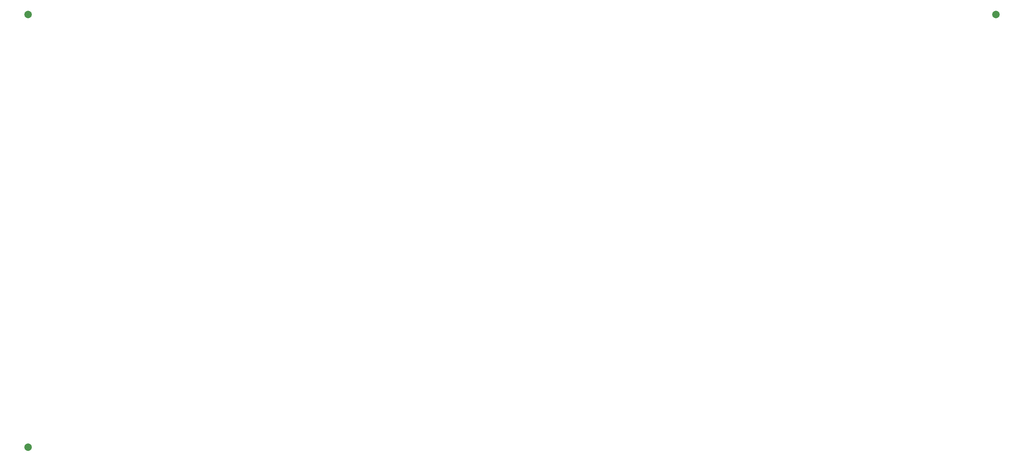
<source format=gtp>
G04 #@! TF.GenerationSoftware,KiCad,Pcbnew,8.0.2*
G04 #@! TF.CreationDate,2024-06-02T18:46:01+02:00*
G04 #@! TF.ProjectId,KeyboardUnitRuler-panel,4b657962-6f61-4726-9455-6e697452756c,rev?*
G04 #@! TF.SameCoordinates,Original*
G04 #@! TF.FileFunction,Paste,Top*
G04 #@! TF.FilePolarity,Positive*
%FSLAX46Y46*%
G04 Gerber Fmt 4.6, Leading zero omitted, Abs format (unit mm)*
G04 Created by KiCad (PCBNEW 8.0.2) date 2024-06-02 18:46:01*
%MOMM*%
%LPD*%
G01*
G04 APERTURE LIST*
%ADD10C,2.000000*%
G04 APERTURE END LIST*
D10*
G04 #@! TO.C,KiKit_TO_1*
X2500000Y118750000D03*
G04 #@! TD*
G04 #@! TO.C,KiKit_TO_2*
X262247526Y118750000D03*
G04 #@! TD*
G04 #@! TO.C,KiKit_TO_3*
X2500000Y2500000D03*
G04 #@! TD*
M02*

</source>
